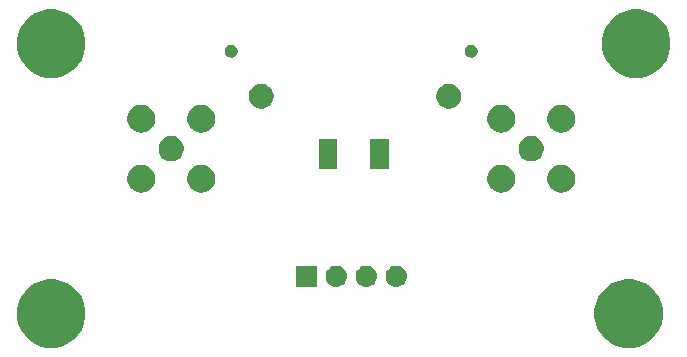
<source format=gbr>
G04 #@! TF.GenerationSoftware,KiCad,Pcbnew,(5.1.2)-2*
G04 #@! TF.CreationDate,2019-07-03T09:29:05+08:00*
G04 #@! TF.ProjectId,HMC346AMS8GE,484d4333-3436-4414-9d53-3847452e6b69,rev?*
G04 #@! TF.SameCoordinates,Original*
G04 #@! TF.FileFunction,Soldermask,Top*
G04 #@! TF.FilePolarity,Negative*
%FSLAX46Y46*%
G04 Gerber Fmt 4.6, Leading zero omitted, Abs format (unit mm)*
G04 Created by KiCad (PCBNEW (5.1.2)-2) date 2019-07-03 09:29:05*
%MOMM*%
%LPD*%
G04 APERTURE LIST*
%ADD10C,0.100000*%
G04 APERTURE END LIST*
D10*
G36*
X156421189Y-129925483D02*
G01*
X156949137Y-130144166D01*
X156949139Y-130144167D01*
X157424280Y-130461646D01*
X157828354Y-130865720D01*
X158145833Y-131340861D01*
X158145834Y-131340863D01*
X158364517Y-131868811D01*
X158476000Y-132429275D01*
X158476000Y-133000725D01*
X158364517Y-133561189D01*
X158364516Y-133561191D01*
X158145833Y-134089139D01*
X157828354Y-134564280D01*
X157424280Y-134968354D01*
X156949139Y-135285833D01*
X156949138Y-135285834D01*
X156949137Y-135285834D01*
X156421189Y-135504517D01*
X155860725Y-135616000D01*
X155289275Y-135616000D01*
X154728811Y-135504517D01*
X154200863Y-135285834D01*
X154200862Y-135285834D01*
X154200861Y-135285833D01*
X153725720Y-134968354D01*
X153321646Y-134564280D01*
X153004167Y-134089139D01*
X152785484Y-133561191D01*
X152785483Y-133561189D01*
X152674000Y-133000725D01*
X152674000Y-132429275D01*
X152785483Y-131868811D01*
X153004166Y-131340863D01*
X153004167Y-131340861D01*
X153321646Y-130865720D01*
X153725720Y-130461646D01*
X154200861Y-130144167D01*
X154200863Y-130144166D01*
X154728811Y-129925483D01*
X155289275Y-129814000D01*
X155860725Y-129814000D01*
X156421189Y-129925483D01*
X156421189Y-129925483D01*
G37*
G36*
X107526189Y-129925483D02*
G01*
X108054137Y-130144166D01*
X108054139Y-130144167D01*
X108529280Y-130461646D01*
X108933354Y-130865720D01*
X109250833Y-131340861D01*
X109250834Y-131340863D01*
X109469517Y-131868811D01*
X109581000Y-132429275D01*
X109581000Y-133000725D01*
X109469517Y-133561189D01*
X109469516Y-133561191D01*
X109250833Y-134089139D01*
X108933354Y-134564280D01*
X108529280Y-134968354D01*
X108054139Y-135285833D01*
X108054138Y-135285834D01*
X108054137Y-135285834D01*
X107526189Y-135504517D01*
X106965725Y-135616000D01*
X106394275Y-135616000D01*
X105833811Y-135504517D01*
X105305863Y-135285834D01*
X105305862Y-135285834D01*
X105305861Y-135285833D01*
X104830720Y-134968354D01*
X104426646Y-134564280D01*
X104109167Y-134089139D01*
X103890484Y-133561191D01*
X103890483Y-133561189D01*
X103779000Y-133000725D01*
X103779000Y-132429275D01*
X103890483Y-131868811D01*
X104109166Y-131340863D01*
X104109167Y-131340861D01*
X104426646Y-130865720D01*
X104830720Y-130461646D01*
X105305861Y-130144167D01*
X105305863Y-130144166D01*
X105833811Y-129925483D01*
X106394275Y-129814000D01*
X106965725Y-129814000D01*
X107526189Y-129925483D01*
X107526189Y-129925483D01*
G37*
G36*
X129171000Y-130441000D02*
G01*
X127369000Y-130441000D01*
X127369000Y-128639000D01*
X129171000Y-128639000D01*
X129171000Y-130441000D01*
X129171000Y-130441000D01*
G37*
G36*
X130920443Y-128645519D02*
G01*
X130986627Y-128652037D01*
X131156466Y-128703557D01*
X131312991Y-128787222D01*
X131348729Y-128816552D01*
X131450186Y-128899814D01*
X131533448Y-129001271D01*
X131562778Y-129037009D01*
X131646443Y-129193534D01*
X131697963Y-129363373D01*
X131715359Y-129540000D01*
X131697963Y-129716627D01*
X131646443Y-129886466D01*
X131562778Y-130042991D01*
X131533448Y-130078729D01*
X131450186Y-130180186D01*
X131348729Y-130263448D01*
X131312991Y-130292778D01*
X131156466Y-130376443D01*
X130986627Y-130427963D01*
X130920443Y-130434481D01*
X130854260Y-130441000D01*
X130765740Y-130441000D01*
X130699557Y-130434481D01*
X130633373Y-130427963D01*
X130463534Y-130376443D01*
X130307009Y-130292778D01*
X130271271Y-130263448D01*
X130169814Y-130180186D01*
X130086552Y-130078729D01*
X130057222Y-130042991D01*
X129973557Y-129886466D01*
X129922037Y-129716627D01*
X129904641Y-129540000D01*
X129922037Y-129363373D01*
X129973557Y-129193534D01*
X130057222Y-129037009D01*
X130086552Y-129001271D01*
X130169814Y-128899814D01*
X130271271Y-128816552D01*
X130307009Y-128787222D01*
X130463534Y-128703557D01*
X130633373Y-128652037D01*
X130699557Y-128645519D01*
X130765740Y-128639000D01*
X130854260Y-128639000D01*
X130920443Y-128645519D01*
X130920443Y-128645519D01*
G37*
G36*
X133460443Y-128645519D02*
G01*
X133526627Y-128652037D01*
X133696466Y-128703557D01*
X133852991Y-128787222D01*
X133888729Y-128816552D01*
X133990186Y-128899814D01*
X134073448Y-129001271D01*
X134102778Y-129037009D01*
X134186443Y-129193534D01*
X134237963Y-129363373D01*
X134255359Y-129540000D01*
X134237963Y-129716627D01*
X134186443Y-129886466D01*
X134102778Y-130042991D01*
X134073448Y-130078729D01*
X133990186Y-130180186D01*
X133888729Y-130263448D01*
X133852991Y-130292778D01*
X133696466Y-130376443D01*
X133526627Y-130427963D01*
X133460443Y-130434481D01*
X133394260Y-130441000D01*
X133305740Y-130441000D01*
X133239557Y-130434481D01*
X133173373Y-130427963D01*
X133003534Y-130376443D01*
X132847009Y-130292778D01*
X132811271Y-130263448D01*
X132709814Y-130180186D01*
X132626552Y-130078729D01*
X132597222Y-130042991D01*
X132513557Y-129886466D01*
X132462037Y-129716627D01*
X132444641Y-129540000D01*
X132462037Y-129363373D01*
X132513557Y-129193534D01*
X132597222Y-129037009D01*
X132626552Y-129001271D01*
X132709814Y-128899814D01*
X132811271Y-128816552D01*
X132847009Y-128787222D01*
X133003534Y-128703557D01*
X133173373Y-128652037D01*
X133239557Y-128645519D01*
X133305740Y-128639000D01*
X133394260Y-128639000D01*
X133460443Y-128645519D01*
X133460443Y-128645519D01*
G37*
G36*
X136000443Y-128645519D02*
G01*
X136066627Y-128652037D01*
X136236466Y-128703557D01*
X136392991Y-128787222D01*
X136428729Y-128816552D01*
X136530186Y-128899814D01*
X136613448Y-129001271D01*
X136642778Y-129037009D01*
X136726443Y-129193534D01*
X136777963Y-129363373D01*
X136795359Y-129540000D01*
X136777963Y-129716627D01*
X136726443Y-129886466D01*
X136642778Y-130042991D01*
X136613448Y-130078729D01*
X136530186Y-130180186D01*
X136428729Y-130263448D01*
X136392991Y-130292778D01*
X136236466Y-130376443D01*
X136066627Y-130427963D01*
X136000443Y-130434481D01*
X135934260Y-130441000D01*
X135845740Y-130441000D01*
X135779557Y-130434481D01*
X135713373Y-130427963D01*
X135543534Y-130376443D01*
X135387009Y-130292778D01*
X135351271Y-130263448D01*
X135249814Y-130180186D01*
X135166552Y-130078729D01*
X135137222Y-130042991D01*
X135053557Y-129886466D01*
X135002037Y-129716627D01*
X134984641Y-129540000D01*
X135002037Y-129363373D01*
X135053557Y-129193534D01*
X135137222Y-129037009D01*
X135166552Y-129001271D01*
X135249814Y-128899814D01*
X135351271Y-128816552D01*
X135387009Y-128787222D01*
X135543534Y-128703557D01*
X135713373Y-128652037D01*
X135779557Y-128645519D01*
X135845740Y-128639000D01*
X135934260Y-128639000D01*
X136000443Y-128645519D01*
X136000443Y-128645519D01*
G37*
G36*
X114491560Y-120124064D02*
G01*
X114643027Y-120154193D01*
X114857045Y-120242842D01*
X114857046Y-120242843D01*
X115049654Y-120371539D01*
X115213461Y-120535346D01*
X115299258Y-120663751D01*
X115342158Y-120727955D01*
X115430807Y-120941973D01*
X115476000Y-121169174D01*
X115476000Y-121400826D01*
X115430807Y-121628027D01*
X115342158Y-121842045D01*
X115342157Y-121842046D01*
X115213461Y-122034654D01*
X115049654Y-122198461D01*
X114921249Y-122284258D01*
X114857045Y-122327158D01*
X114643027Y-122415807D01*
X114491560Y-122445936D01*
X114415827Y-122461000D01*
X114184173Y-122461000D01*
X114108440Y-122445936D01*
X113956973Y-122415807D01*
X113742955Y-122327158D01*
X113678751Y-122284258D01*
X113550346Y-122198461D01*
X113386539Y-122034654D01*
X113257843Y-121842046D01*
X113257842Y-121842045D01*
X113169193Y-121628027D01*
X113124000Y-121400826D01*
X113124000Y-121169174D01*
X113169193Y-120941973D01*
X113257842Y-120727955D01*
X113300742Y-120663751D01*
X113386539Y-120535346D01*
X113550346Y-120371539D01*
X113742954Y-120242843D01*
X113742955Y-120242842D01*
X113956973Y-120154193D01*
X114108440Y-120124064D01*
X114184173Y-120109000D01*
X114415827Y-120109000D01*
X114491560Y-120124064D01*
X114491560Y-120124064D01*
G37*
G36*
X150051560Y-120124064D02*
G01*
X150203027Y-120154193D01*
X150417045Y-120242842D01*
X150417046Y-120242843D01*
X150609654Y-120371539D01*
X150773461Y-120535346D01*
X150859258Y-120663751D01*
X150902158Y-120727955D01*
X150990807Y-120941973D01*
X151036000Y-121169174D01*
X151036000Y-121400826D01*
X150990807Y-121628027D01*
X150902158Y-121842045D01*
X150902157Y-121842046D01*
X150773461Y-122034654D01*
X150609654Y-122198461D01*
X150481249Y-122284258D01*
X150417045Y-122327158D01*
X150203027Y-122415807D01*
X150051560Y-122445936D01*
X149975827Y-122461000D01*
X149744173Y-122461000D01*
X149668440Y-122445936D01*
X149516973Y-122415807D01*
X149302955Y-122327158D01*
X149238751Y-122284258D01*
X149110346Y-122198461D01*
X148946539Y-122034654D01*
X148817843Y-121842046D01*
X148817842Y-121842045D01*
X148729193Y-121628027D01*
X148684000Y-121400826D01*
X148684000Y-121169174D01*
X148729193Y-120941973D01*
X148817842Y-120727955D01*
X148860742Y-120663751D01*
X148946539Y-120535346D01*
X149110346Y-120371539D01*
X149302954Y-120242843D01*
X149302955Y-120242842D01*
X149516973Y-120154193D01*
X149668440Y-120124064D01*
X149744173Y-120109000D01*
X149975827Y-120109000D01*
X150051560Y-120124064D01*
X150051560Y-120124064D01*
G37*
G36*
X144971560Y-120124064D02*
G01*
X145123027Y-120154193D01*
X145337045Y-120242842D01*
X145337046Y-120242843D01*
X145529654Y-120371539D01*
X145693461Y-120535346D01*
X145779258Y-120663751D01*
X145822158Y-120727955D01*
X145910807Y-120941973D01*
X145956000Y-121169174D01*
X145956000Y-121400826D01*
X145910807Y-121628027D01*
X145822158Y-121842045D01*
X145822157Y-121842046D01*
X145693461Y-122034654D01*
X145529654Y-122198461D01*
X145401249Y-122284258D01*
X145337045Y-122327158D01*
X145123027Y-122415807D01*
X144971560Y-122445936D01*
X144895827Y-122461000D01*
X144664173Y-122461000D01*
X144588440Y-122445936D01*
X144436973Y-122415807D01*
X144222955Y-122327158D01*
X144158751Y-122284258D01*
X144030346Y-122198461D01*
X143866539Y-122034654D01*
X143737843Y-121842046D01*
X143737842Y-121842045D01*
X143649193Y-121628027D01*
X143604000Y-121400826D01*
X143604000Y-121169174D01*
X143649193Y-120941973D01*
X143737842Y-120727955D01*
X143780742Y-120663751D01*
X143866539Y-120535346D01*
X144030346Y-120371539D01*
X144222954Y-120242843D01*
X144222955Y-120242842D01*
X144436973Y-120154193D01*
X144588440Y-120124064D01*
X144664173Y-120109000D01*
X144895827Y-120109000D01*
X144971560Y-120124064D01*
X144971560Y-120124064D01*
G37*
G36*
X119571560Y-120124064D02*
G01*
X119723027Y-120154193D01*
X119937045Y-120242842D01*
X119937046Y-120242843D01*
X120129654Y-120371539D01*
X120293461Y-120535346D01*
X120379258Y-120663751D01*
X120422158Y-120727955D01*
X120510807Y-120941973D01*
X120556000Y-121169174D01*
X120556000Y-121400826D01*
X120510807Y-121628027D01*
X120422158Y-121842045D01*
X120422157Y-121842046D01*
X120293461Y-122034654D01*
X120129654Y-122198461D01*
X120001249Y-122284258D01*
X119937045Y-122327158D01*
X119723027Y-122415807D01*
X119571560Y-122445936D01*
X119495827Y-122461000D01*
X119264173Y-122461000D01*
X119188440Y-122445936D01*
X119036973Y-122415807D01*
X118822955Y-122327158D01*
X118758751Y-122284258D01*
X118630346Y-122198461D01*
X118466539Y-122034654D01*
X118337843Y-121842046D01*
X118337842Y-121842045D01*
X118249193Y-121628027D01*
X118204000Y-121400826D01*
X118204000Y-121169174D01*
X118249193Y-120941973D01*
X118337842Y-120727955D01*
X118380742Y-120663751D01*
X118466539Y-120535346D01*
X118630346Y-120371539D01*
X118822954Y-120242843D01*
X118822955Y-120242842D01*
X119036973Y-120154193D01*
X119188440Y-120124064D01*
X119264173Y-120109000D01*
X119495827Y-120109000D01*
X119571560Y-120124064D01*
X119571560Y-120124064D01*
G37*
G36*
X135261001Y-120466001D02*
G01*
X133709001Y-120466001D01*
X133709001Y-117964001D01*
X135261001Y-117964001D01*
X135261001Y-120466001D01*
X135261001Y-120466001D01*
G37*
G36*
X130861001Y-120466001D02*
G01*
X129309001Y-120466001D01*
X129309001Y-117964001D01*
X130861001Y-117964001D01*
X130861001Y-120466001D01*
X130861001Y-120466001D01*
G37*
G36*
X147495271Y-117682783D02*
G01*
X147633858Y-117710350D01*
X147829677Y-117791461D01*
X148005910Y-117909216D01*
X148155784Y-118059090D01*
X148273539Y-118235323D01*
X148354650Y-118431142D01*
X148396000Y-118639023D01*
X148396000Y-118850977D01*
X148354650Y-119058858D01*
X148273539Y-119254677D01*
X148155784Y-119430910D01*
X148005910Y-119580784D01*
X147829677Y-119698539D01*
X147633858Y-119779650D01*
X147495271Y-119807217D01*
X147425978Y-119821000D01*
X147214022Y-119821000D01*
X147144729Y-119807217D01*
X147006142Y-119779650D01*
X146810323Y-119698539D01*
X146634090Y-119580784D01*
X146484216Y-119430910D01*
X146366461Y-119254677D01*
X146285350Y-119058858D01*
X146244000Y-118850977D01*
X146244000Y-118639023D01*
X146285350Y-118431142D01*
X146366461Y-118235323D01*
X146484216Y-118059090D01*
X146634090Y-117909216D01*
X146810323Y-117791461D01*
X147006142Y-117710350D01*
X147144729Y-117682783D01*
X147214022Y-117669000D01*
X147425978Y-117669000D01*
X147495271Y-117682783D01*
X147495271Y-117682783D01*
G37*
G36*
X117015271Y-117682783D02*
G01*
X117153858Y-117710350D01*
X117349677Y-117791461D01*
X117525910Y-117909216D01*
X117675784Y-118059090D01*
X117793539Y-118235323D01*
X117874650Y-118431142D01*
X117916000Y-118639023D01*
X117916000Y-118850977D01*
X117874650Y-119058858D01*
X117793539Y-119254677D01*
X117675784Y-119430910D01*
X117525910Y-119580784D01*
X117349677Y-119698539D01*
X117153858Y-119779650D01*
X117015271Y-119807217D01*
X116945978Y-119821000D01*
X116734022Y-119821000D01*
X116664729Y-119807217D01*
X116526142Y-119779650D01*
X116330323Y-119698539D01*
X116154090Y-119580784D01*
X116004216Y-119430910D01*
X115886461Y-119254677D01*
X115805350Y-119058858D01*
X115764000Y-118850977D01*
X115764000Y-118639023D01*
X115805350Y-118431142D01*
X115886461Y-118235323D01*
X116004216Y-118059090D01*
X116154090Y-117909216D01*
X116330323Y-117791461D01*
X116526142Y-117710350D01*
X116664729Y-117682783D01*
X116734022Y-117669000D01*
X116945978Y-117669000D01*
X117015271Y-117682783D01*
X117015271Y-117682783D01*
G37*
G36*
X114491560Y-115044064D02*
G01*
X114643027Y-115074193D01*
X114857045Y-115162842D01*
X114857046Y-115162843D01*
X115049654Y-115291539D01*
X115213461Y-115455346D01*
X115299258Y-115583751D01*
X115342158Y-115647955D01*
X115430807Y-115861973D01*
X115476000Y-116089174D01*
X115476000Y-116320826D01*
X115430807Y-116548027D01*
X115342158Y-116762045D01*
X115342157Y-116762046D01*
X115213461Y-116954654D01*
X115049654Y-117118461D01*
X114921249Y-117204258D01*
X114857045Y-117247158D01*
X114643027Y-117335807D01*
X114491560Y-117365936D01*
X114415827Y-117381000D01*
X114184173Y-117381000D01*
X114108440Y-117365936D01*
X113956973Y-117335807D01*
X113742955Y-117247158D01*
X113678751Y-117204258D01*
X113550346Y-117118461D01*
X113386539Y-116954654D01*
X113257843Y-116762046D01*
X113257842Y-116762045D01*
X113169193Y-116548027D01*
X113124000Y-116320826D01*
X113124000Y-116089174D01*
X113169193Y-115861973D01*
X113257842Y-115647955D01*
X113300742Y-115583751D01*
X113386539Y-115455346D01*
X113550346Y-115291539D01*
X113742954Y-115162843D01*
X113742955Y-115162842D01*
X113956973Y-115074193D01*
X114108440Y-115044064D01*
X114184173Y-115029000D01*
X114415827Y-115029000D01*
X114491560Y-115044064D01*
X114491560Y-115044064D01*
G37*
G36*
X150051560Y-115044064D02*
G01*
X150203027Y-115074193D01*
X150417045Y-115162842D01*
X150417046Y-115162843D01*
X150609654Y-115291539D01*
X150773461Y-115455346D01*
X150859258Y-115583751D01*
X150902158Y-115647955D01*
X150990807Y-115861973D01*
X151036000Y-116089174D01*
X151036000Y-116320826D01*
X150990807Y-116548027D01*
X150902158Y-116762045D01*
X150902157Y-116762046D01*
X150773461Y-116954654D01*
X150609654Y-117118461D01*
X150481249Y-117204258D01*
X150417045Y-117247158D01*
X150203027Y-117335807D01*
X150051560Y-117365936D01*
X149975827Y-117381000D01*
X149744173Y-117381000D01*
X149668440Y-117365936D01*
X149516973Y-117335807D01*
X149302955Y-117247158D01*
X149238751Y-117204258D01*
X149110346Y-117118461D01*
X148946539Y-116954654D01*
X148817843Y-116762046D01*
X148817842Y-116762045D01*
X148729193Y-116548027D01*
X148684000Y-116320826D01*
X148684000Y-116089174D01*
X148729193Y-115861973D01*
X148817842Y-115647955D01*
X148860742Y-115583751D01*
X148946539Y-115455346D01*
X149110346Y-115291539D01*
X149302954Y-115162843D01*
X149302955Y-115162842D01*
X149516973Y-115074193D01*
X149668440Y-115044064D01*
X149744173Y-115029000D01*
X149975827Y-115029000D01*
X150051560Y-115044064D01*
X150051560Y-115044064D01*
G37*
G36*
X144971560Y-115044064D02*
G01*
X145123027Y-115074193D01*
X145337045Y-115162842D01*
X145337046Y-115162843D01*
X145529654Y-115291539D01*
X145693461Y-115455346D01*
X145779258Y-115583751D01*
X145822158Y-115647955D01*
X145910807Y-115861973D01*
X145956000Y-116089174D01*
X145956000Y-116320826D01*
X145910807Y-116548027D01*
X145822158Y-116762045D01*
X145822157Y-116762046D01*
X145693461Y-116954654D01*
X145529654Y-117118461D01*
X145401249Y-117204258D01*
X145337045Y-117247158D01*
X145123027Y-117335807D01*
X144971560Y-117365936D01*
X144895827Y-117381000D01*
X144664173Y-117381000D01*
X144588440Y-117365936D01*
X144436973Y-117335807D01*
X144222955Y-117247158D01*
X144158751Y-117204258D01*
X144030346Y-117118461D01*
X143866539Y-116954654D01*
X143737843Y-116762046D01*
X143737842Y-116762045D01*
X143649193Y-116548027D01*
X143604000Y-116320826D01*
X143604000Y-116089174D01*
X143649193Y-115861973D01*
X143737842Y-115647955D01*
X143780742Y-115583751D01*
X143866539Y-115455346D01*
X144030346Y-115291539D01*
X144222954Y-115162843D01*
X144222955Y-115162842D01*
X144436973Y-115074193D01*
X144588440Y-115044064D01*
X144664173Y-115029000D01*
X144895827Y-115029000D01*
X144971560Y-115044064D01*
X144971560Y-115044064D01*
G37*
G36*
X119571560Y-115044064D02*
G01*
X119723027Y-115074193D01*
X119937045Y-115162842D01*
X119937046Y-115162843D01*
X120129654Y-115291539D01*
X120293461Y-115455346D01*
X120379258Y-115583751D01*
X120422158Y-115647955D01*
X120510807Y-115861973D01*
X120556000Y-116089174D01*
X120556000Y-116320826D01*
X120510807Y-116548027D01*
X120422158Y-116762045D01*
X120422157Y-116762046D01*
X120293461Y-116954654D01*
X120129654Y-117118461D01*
X120001249Y-117204258D01*
X119937045Y-117247158D01*
X119723027Y-117335807D01*
X119571560Y-117365936D01*
X119495827Y-117381000D01*
X119264173Y-117381000D01*
X119188440Y-117365936D01*
X119036973Y-117335807D01*
X118822955Y-117247158D01*
X118758751Y-117204258D01*
X118630346Y-117118461D01*
X118466539Y-116954654D01*
X118337843Y-116762046D01*
X118337842Y-116762045D01*
X118249193Y-116548027D01*
X118204000Y-116320826D01*
X118204000Y-116089174D01*
X118249193Y-115861973D01*
X118337842Y-115647955D01*
X118380742Y-115583751D01*
X118466539Y-115455346D01*
X118630346Y-115291539D01*
X118822954Y-115162843D01*
X118822955Y-115162842D01*
X119036973Y-115074193D01*
X119188440Y-115044064D01*
X119264173Y-115029000D01*
X119495827Y-115029000D01*
X119571560Y-115044064D01*
X119571560Y-115044064D01*
G37*
G36*
X124766564Y-113289389D02*
G01*
X124957833Y-113368615D01*
X124957835Y-113368616D01*
X125129973Y-113483635D01*
X125276365Y-113630027D01*
X125391385Y-113802167D01*
X125470611Y-113993436D01*
X125511000Y-114196484D01*
X125511000Y-114403516D01*
X125470611Y-114606564D01*
X125391385Y-114797833D01*
X125391384Y-114797835D01*
X125276365Y-114969973D01*
X125129973Y-115116365D01*
X124957835Y-115231384D01*
X124957834Y-115231385D01*
X124957833Y-115231385D01*
X124766564Y-115310611D01*
X124563516Y-115351000D01*
X124356484Y-115351000D01*
X124153436Y-115310611D01*
X123962167Y-115231385D01*
X123962166Y-115231385D01*
X123962165Y-115231384D01*
X123790027Y-115116365D01*
X123643635Y-114969973D01*
X123528616Y-114797835D01*
X123528615Y-114797833D01*
X123449389Y-114606564D01*
X123409000Y-114403516D01*
X123409000Y-114196484D01*
X123449389Y-113993436D01*
X123528615Y-113802167D01*
X123643635Y-113630027D01*
X123790027Y-113483635D01*
X123962165Y-113368616D01*
X123962167Y-113368615D01*
X124153436Y-113289389D01*
X124356484Y-113249000D01*
X124563516Y-113249000D01*
X124766564Y-113289389D01*
X124766564Y-113289389D01*
G37*
G36*
X140641564Y-113289389D02*
G01*
X140832833Y-113368615D01*
X140832835Y-113368616D01*
X141004973Y-113483635D01*
X141151365Y-113630027D01*
X141266385Y-113802167D01*
X141345611Y-113993436D01*
X141386000Y-114196484D01*
X141386000Y-114403516D01*
X141345611Y-114606564D01*
X141266385Y-114797833D01*
X141266384Y-114797835D01*
X141151365Y-114969973D01*
X141004973Y-115116365D01*
X140832835Y-115231384D01*
X140832834Y-115231385D01*
X140832833Y-115231385D01*
X140641564Y-115310611D01*
X140438516Y-115351000D01*
X140231484Y-115351000D01*
X140028436Y-115310611D01*
X139837167Y-115231385D01*
X139837166Y-115231385D01*
X139837165Y-115231384D01*
X139665027Y-115116365D01*
X139518635Y-114969973D01*
X139403616Y-114797835D01*
X139403615Y-114797833D01*
X139324389Y-114606564D01*
X139284000Y-114403516D01*
X139284000Y-114196484D01*
X139324389Y-113993436D01*
X139403615Y-113802167D01*
X139518635Y-113630027D01*
X139665027Y-113483635D01*
X139837165Y-113368616D01*
X139837167Y-113368615D01*
X140028436Y-113289389D01*
X140231484Y-113249000D01*
X140438516Y-113249000D01*
X140641564Y-113289389D01*
X140641564Y-113289389D01*
G37*
G36*
X157056189Y-107065483D02*
G01*
X157056192Y-107065484D01*
X157056191Y-107065484D01*
X157584139Y-107284167D01*
X158059280Y-107601646D01*
X158463354Y-108005720D01*
X158780833Y-108480861D01*
X158780834Y-108480863D01*
X158999517Y-109008811D01*
X159111000Y-109569275D01*
X159111000Y-110140725D01*
X158999517Y-110701189D01*
X158999516Y-110701191D01*
X158780833Y-111229139D01*
X158463354Y-111704280D01*
X158059280Y-112108354D01*
X157584139Y-112425833D01*
X157584138Y-112425834D01*
X157584137Y-112425834D01*
X157056189Y-112644517D01*
X156495725Y-112756000D01*
X155924275Y-112756000D01*
X155363811Y-112644517D01*
X154835863Y-112425834D01*
X154835862Y-112425834D01*
X154835861Y-112425833D01*
X154360720Y-112108354D01*
X153956646Y-111704280D01*
X153639167Y-111229139D01*
X153420484Y-110701191D01*
X153420483Y-110701189D01*
X153309000Y-110140725D01*
X153309000Y-109569275D01*
X153420483Y-109008811D01*
X153639166Y-108480863D01*
X153639167Y-108480861D01*
X153956646Y-108005720D01*
X154360720Y-107601646D01*
X154835861Y-107284167D01*
X155363809Y-107065484D01*
X155363808Y-107065484D01*
X155363811Y-107065483D01*
X155924275Y-106954000D01*
X156495725Y-106954000D01*
X157056189Y-107065483D01*
X157056189Y-107065483D01*
G37*
G36*
X107526189Y-107065483D02*
G01*
X107526192Y-107065484D01*
X107526191Y-107065484D01*
X108054139Y-107284167D01*
X108529280Y-107601646D01*
X108933354Y-108005720D01*
X109250833Y-108480861D01*
X109250834Y-108480863D01*
X109469517Y-109008811D01*
X109581000Y-109569275D01*
X109581000Y-110140725D01*
X109469517Y-110701189D01*
X109469516Y-110701191D01*
X109250833Y-111229139D01*
X108933354Y-111704280D01*
X108529280Y-112108354D01*
X108054139Y-112425833D01*
X108054138Y-112425834D01*
X108054137Y-112425834D01*
X107526189Y-112644517D01*
X106965725Y-112756000D01*
X106394275Y-112756000D01*
X105833811Y-112644517D01*
X105305863Y-112425834D01*
X105305862Y-112425834D01*
X105305861Y-112425833D01*
X104830720Y-112108354D01*
X104426646Y-111704280D01*
X104109167Y-111229139D01*
X103890484Y-110701191D01*
X103890483Y-110701189D01*
X103779000Y-110140725D01*
X103779000Y-109569275D01*
X103890483Y-109008811D01*
X104109166Y-108480863D01*
X104109167Y-108480861D01*
X104426646Y-108005720D01*
X104830720Y-107601646D01*
X105305861Y-107284167D01*
X105833809Y-107065484D01*
X105833808Y-107065484D01*
X105833811Y-107065483D01*
X106394275Y-106954000D01*
X106965725Y-106954000D01*
X107526189Y-107065483D01*
X107526189Y-107065483D01*
G37*
G36*
X122080721Y-109960174D02*
G01*
X122180995Y-110001709D01*
X122180996Y-110001710D01*
X122271242Y-110062010D01*
X122347990Y-110138758D01*
X122349304Y-110140725D01*
X122408291Y-110229005D01*
X122449826Y-110329279D01*
X122471000Y-110435730D01*
X122471000Y-110544270D01*
X122449826Y-110650721D01*
X122408291Y-110750995D01*
X122408290Y-110750996D01*
X122347990Y-110841242D01*
X122271242Y-110917990D01*
X122225812Y-110948345D01*
X122180995Y-110978291D01*
X122080721Y-111019826D01*
X121974270Y-111041000D01*
X121865730Y-111041000D01*
X121759279Y-111019826D01*
X121659005Y-110978291D01*
X121614188Y-110948345D01*
X121568758Y-110917990D01*
X121492010Y-110841242D01*
X121431710Y-110750996D01*
X121431709Y-110750995D01*
X121390174Y-110650721D01*
X121369000Y-110544270D01*
X121369000Y-110435730D01*
X121390174Y-110329279D01*
X121431709Y-110229005D01*
X121490696Y-110140725D01*
X121492010Y-110138758D01*
X121568758Y-110062010D01*
X121659004Y-110001710D01*
X121659005Y-110001709D01*
X121759279Y-109960174D01*
X121865730Y-109939000D01*
X121974270Y-109939000D01*
X122080721Y-109960174D01*
X122080721Y-109960174D01*
G37*
G36*
X142400721Y-109960174D02*
G01*
X142500995Y-110001709D01*
X142500996Y-110001710D01*
X142591242Y-110062010D01*
X142667990Y-110138758D01*
X142669304Y-110140725D01*
X142728291Y-110229005D01*
X142769826Y-110329279D01*
X142791000Y-110435730D01*
X142791000Y-110544270D01*
X142769826Y-110650721D01*
X142728291Y-110750995D01*
X142728290Y-110750996D01*
X142667990Y-110841242D01*
X142591242Y-110917990D01*
X142545812Y-110948345D01*
X142500995Y-110978291D01*
X142400721Y-111019826D01*
X142294270Y-111041000D01*
X142185730Y-111041000D01*
X142079279Y-111019826D01*
X141979005Y-110978291D01*
X141934188Y-110948345D01*
X141888758Y-110917990D01*
X141812010Y-110841242D01*
X141751710Y-110750996D01*
X141751709Y-110750995D01*
X141710174Y-110650721D01*
X141689000Y-110544270D01*
X141689000Y-110435730D01*
X141710174Y-110329279D01*
X141751709Y-110229005D01*
X141810696Y-110140725D01*
X141812010Y-110138758D01*
X141888758Y-110062010D01*
X141979004Y-110001710D01*
X141979005Y-110001709D01*
X142079279Y-109960174D01*
X142185730Y-109939000D01*
X142294270Y-109939000D01*
X142400721Y-109960174D01*
X142400721Y-109960174D01*
G37*
M02*

</source>
